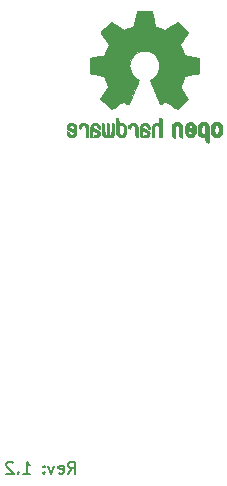
<source format=gbr>
%TF.GenerationSoftware,KiCad,Pcbnew,(5.1.9)-1*%
%TF.CreationDate,2022-09-19T23:43:11+03:00*%
%TF.ProjectId,ESP8266DevBoard,45535038-3236-4364-9465-76426f617264,1.1*%
%TF.SameCoordinates,Original*%
%TF.FileFunction,Legend,Bot*%
%TF.FilePolarity,Positive*%
%FSLAX46Y46*%
G04 Gerber Fmt 4.6, Leading zero omitted, Abs format (unit mm)*
G04 Created by KiCad (PCBNEW (5.1.9)-1) date 2022-09-19 23:43:11*
%MOMM*%
%LPD*%
G01*
G04 APERTURE LIST*
%ADD10C,0.150000*%
%ADD11C,0.010000*%
G04 APERTURE END LIST*
D10*
X135532523Y-98623380D02*
X135865857Y-98147190D01*
X136103952Y-98623380D02*
X136103952Y-97623380D01*
X135723000Y-97623380D01*
X135627761Y-97671000D01*
X135580142Y-97718619D01*
X135532523Y-97813857D01*
X135532523Y-97956714D01*
X135580142Y-98051952D01*
X135627761Y-98099571D01*
X135723000Y-98147190D01*
X136103952Y-98147190D01*
X134723000Y-98575761D02*
X134818238Y-98623380D01*
X135008714Y-98623380D01*
X135103952Y-98575761D01*
X135151571Y-98480523D01*
X135151571Y-98099571D01*
X135103952Y-98004333D01*
X135008714Y-97956714D01*
X134818238Y-97956714D01*
X134723000Y-98004333D01*
X134675380Y-98099571D01*
X134675380Y-98194809D01*
X135151571Y-98290047D01*
X134342047Y-97956714D02*
X134103952Y-98623380D01*
X133865857Y-97956714D01*
X133484904Y-98528142D02*
X133437285Y-98575761D01*
X133484904Y-98623380D01*
X133532523Y-98575761D01*
X133484904Y-98528142D01*
X133484904Y-98623380D01*
X133484904Y-98004333D02*
X133437285Y-98051952D01*
X133484904Y-98099571D01*
X133532523Y-98051952D01*
X133484904Y-98004333D01*
X133484904Y-98099571D01*
X131723000Y-98623380D02*
X132294428Y-98623380D01*
X132008714Y-98623380D02*
X132008714Y-97623380D01*
X132103952Y-97766238D01*
X132199190Y-97861476D01*
X132294428Y-97909095D01*
X131294428Y-98528142D02*
X131246809Y-98575761D01*
X131294428Y-98623380D01*
X131342047Y-98575761D01*
X131294428Y-98528142D01*
X131294428Y-98623380D01*
X130865857Y-97718619D02*
X130818238Y-97671000D01*
X130723000Y-97623380D01*
X130484904Y-97623380D01*
X130389666Y-97671000D01*
X130342047Y-97718619D01*
X130294428Y-97813857D01*
X130294428Y-97909095D01*
X130342047Y-98051952D01*
X130913476Y-98623380D01*
X130294428Y-98623380D01*
D11*
%TO.C,REF\u002A\u002A*%
G36*
X141776986Y-59476998D02*
G01*
X141618994Y-59477863D01*
X141504653Y-59480205D01*
X141426593Y-59484762D01*
X141377446Y-59492270D01*
X141349841Y-59503466D01*
X141336408Y-59519088D01*
X141329779Y-59539873D01*
X141329135Y-59542563D01*
X141319065Y-59591113D01*
X141300425Y-59686905D01*
X141275155Y-59819743D01*
X141245193Y-59979431D01*
X141212478Y-60155774D01*
X141211336Y-60161967D01*
X141178567Y-60334782D01*
X141147907Y-60487469D01*
X141121336Y-60610871D01*
X141100833Y-60695831D01*
X141088374Y-60733190D01*
X141087780Y-60733852D01*
X141051081Y-60752095D01*
X140975414Y-60782497D01*
X140877122Y-60818493D01*
X140876575Y-60818685D01*
X140752767Y-60865222D01*
X140606804Y-60924504D01*
X140469219Y-60984109D01*
X140462707Y-60987056D01*
X140238610Y-61088765D01*
X139742381Y-60749897D01*
X139590154Y-60646592D01*
X139452259Y-60554237D01*
X139336685Y-60478084D01*
X139251421Y-60423385D01*
X139204456Y-60395393D01*
X139199996Y-60393317D01*
X139165866Y-60402560D01*
X139102119Y-60447156D01*
X139006269Y-60529209D01*
X138875831Y-60650821D01*
X138742672Y-60780205D01*
X138614306Y-60907702D01*
X138499419Y-61024046D01*
X138404927Y-61122052D01*
X138337747Y-61194536D01*
X138304794Y-61234313D01*
X138303568Y-61236361D01*
X138299926Y-61263656D01*
X138313650Y-61308234D01*
X138348131Y-61376112D01*
X138406761Y-61473311D01*
X138492930Y-61605851D01*
X138607800Y-61776476D01*
X138709746Y-61926655D01*
X138800877Y-62061350D01*
X138875927Y-62172740D01*
X138929631Y-62253005D01*
X138956720Y-62294325D01*
X138958426Y-62297130D01*
X138955118Y-62336721D01*
X138930047Y-62413669D01*
X138888202Y-62513432D01*
X138873288Y-62545291D01*
X138808214Y-62687226D01*
X138738788Y-62848273D01*
X138682391Y-62987621D01*
X138641753Y-63091044D01*
X138609474Y-63169642D01*
X138590822Y-63210720D01*
X138588503Y-63213885D01*
X138554197Y-63219128D01*
X138473331Y-63233494D01*
X138356657Y-63254937D01*
X138214925Y-63281413D01*
X138058890Y-63310877D01*
X137899302Y-63341283D01*
X137746915Y-63370588D01*
X137612479Y-63396745D01*
X137506748Y-63417710D01*
X137440474Y-63431439D01*
X137424218Y-63435320D01*
X137407427Y-63444900D01*
X137394751Y-63466536D01*
X137385622Y-63507531D01*
X137379469Y-63575189D01*
X137375720Y-63676812D01*
X137373808Y-63819703D01*
X137373160Y-64011165D01*
X137373126Y-64089645D01*
X137373126Y-64727906D01*
X137526402Y-64758160D01*
X137611678Y-64774564D01*
X137738930Y-64798509D01*
X137892685Y-64827107D01*
X138057466Y-64857467D01*
X138103011Y-64865806D01*
X138255068Y-64895370D01*
X138387532Y-64924442D01*
X138489286Y-64950329D01*
X138549212Y-64970337D01*
X138559195Y-64976301D01*
X138583707Y-65018534D01*
X138618852Y-65100370D01*
X138657827Y-65205683D01*
X138665558Y-65228368D01*
X138716640Y-65369018D01*
X138780046Y-65527714D01*
X138842096Y-65670225D01*
X138842402Y-65670886D01*
X138945733Y-65894440D01*
X138266039Y-66894232D01*
X138702379Y-67331300D01*
X138834351Y-67461381D01*
X138954721Y-67576048D01*
X139056727Y-67669181D01*
X139133609Y-67734658D01*
X139178607Y-67766357D01*
X139185062Y-67768368D01*
X139222960Y-67752529D01*
X139300292Y-67708496D01*
X139408611Y-67641490D01*
X139539468Y-67556734D01*
X139680948Y-67461816D01*
X139824539Y-67364998D01*
X139952565Y-67280751D01*
X140056895Y-67214258D01*
X140129400Y-67170702D01*
X140161842Y-67155264D01*
X140201424Y-67168328D01*
X140276481Y-67202750D01*
X140371532Y-67251380D01*
X140381608Y-67256785D01*
X140509609Y-67320980D01*
X140597382Y-67352463D01*
X140651972Y-67352798D01*
X140680425Y-67323548D01*
X140680590Y-67323138D01*
X140694812Y-67288498D01*
X140728731Y-67206269D01*
X140779716Y-67082814D01*
X140845138Y-66924498D01*
X140922366Y-66737686D01*
X141008771Y-66528742D01*
X141092449Y-66326446D01*
X141184412Y-66103200D01*
X141268850Y-65896392D01*
X141343231Y-65712362D01*
X141405026Y-65557451D01*
X141451703Y-65437996D01*
X141480732Y-65360339D01*
X141489678Y-65331356D01*
X141467244Y-65298110D01*
X141408561Y-65245123D01*
X141330311Y-65186704D01*
X141107466Y-65001952D01*
X140933282Y-64790182D01*
X140809846Y-64555856D01*
X140739246Y-64303434D01*
X140723569Y-64037377D01*
X140734964Y-63914575D01*
X140797050Y-63659793D01*
X140903977Y-63434801D01*
X141049111Y-63241817D01*
X141225822Y-63083061D01*
X141427478Y-62960750D01*
X141647446Y-62877105D01*
X141879094Y-62834344D01*
X142115791Y-62834687D01*
X142350905Y-62880352D01*
X142577804Y-62973559D01*
X142789856Y-63116527D01*
X142878364Y-63197383D01*
X143048111Y-63405007D01*
X143166301Y-63631895D01*
X143233722Y-63871433D01*
X143251160Y-64117007D01*
X143219402Y-64362003D01*
X143139235Y-64599808D01*
X143011445Y-64823807D01*
X142836820Y-65027387D01*
X142641688Y-65186704D01*
X142560409Y-65247602D01*
X142502991Y-65300015D01*
X142482322Y-65331406D01*
X142493144Y-65365639D01*
X142523923Y-65447419D01*
X142572126Y-65570407D01*
X142635222Y-65728263D01*
X142710678Y-65914649D01*
X142795962Y-66123226D01*
X142879781Y-66326496D01*
X142972255Y-66549933D01*
X143057911Y-66756984D01*
X143134118Y-66941286D01*
X143198247Y-67096475D01*
X143247668Y-67216188D01*
X143279752Y-67294061D01*
X143291641Y-67323138D01*
X143319726Y-67352677D01*
X143374051Y-67352591D01*
X143461605Y-67321326D01*
X143589381Y-67257329D01*
X143590392Y-67256785D01*
X143686598Y-67207121D01*
X143764369Y-67170945D01*
X143808223Y-67155408D01*
X143810158Y-67155264D01*
X143843171Y-67171024D01*
X143916054Y-67214850D01*
X144020678Y-67281557D01*
X144148910Y-67365964D01*
X144291052Y-67461816D01*
X144435767Y-67558867D01*
X144566196Y-67643270D01*
X144673890Y-67709801D01*
X144750402Y-67753238D01*
X144786938Y-67768368D01*
X144820582Y-67748482D01*
X144888224Y-67692903D01*
X144983107Y-67607754D01*
X145098470Y-67499153D01*
X145227555Y-67373221D01*
X145269771Y-67331149D01*
X145706261Y-66893931D01*
X145374023Y-66406340D01*
X145273054Y-66256605D01*
X145184438Y-66122220D01*
X145113146Y-66010969D01*
X145064150Y-65930639D01*
X145042422Y-65889014D01*
X145041785Y-65886053D01*
X145053240Y-65846818D01*
X145084051Y-65767895D01*
X145128884Y-65662509D01*
X145160353Y-65591954D01*
X145219192Y-65456876D01*
X145274604Y-65320409D01*
X145317564Y-65205103D01*
X145329234Y-65169977D01*
X145362389Y-65076174D01*
X145394799Y-65003694D01*
X145412601Y-64976301D01*
X145451886Y-64959536D01*
X145537626Y-64935770D01*
X145658697Y-64907697D01*
X145803973Y-64878009D01*
X145868988Y-64865806D01*
X146034087Y-64835468D01*
X146192448Y-64806093D01*
X146328596Y-64780569D01*
X146427057Y-64761785D01*
X146445598Y-64758160D01*
X146598873Y-64727906D01*
X146598873Y-64089645D01*
X146598529Y-63879770D01*
X146597116Y-63720980D01*
X146594064Y-63605973D01*
X146588803Y-63527446D01*
X146580763Y-63478096D01*
X146569373Y-63450619D01*
X146554063Y-63437713D01*
X146547782Y-63435320D01*
X146509896Y-63426833D01*
X146426195Y-63409900D01*
X146307433Y-63386566D01*
X146164361Y-63358875D01*
X146007732Y-63328873D01*
X145848297Y-63298604D01*
X145696809Y-63270115D01*
X145564019Y-63245449D01*
X145460681Y-63226651D01*
X145397545Y-63215767D01*
X145383497Y-63213885D01*
X145370770Y-63188704D01*
X145342600Y-63121622D01*
X145304252Y-63025333D01*
X145289609Y-62987621D01*
X145230548Y-62841921D01*
X145161000Y-62680951D01*
X145098712Y-62545291D01*
X145052879Y-62441561D01*
X145022387Y-62356326D01*
X145012208Y-62304126D01*
X145013831Y-62297130D01*
X145035343Y-62264102D01*
X145084465Y-62190643D01*
X145155923Y-62084577D01*
X145244445Y-61953726D01*
X145344759Y-61805912D01*
X145364594Y-61776734D01*
X145480988Y-61603863D01*
X145566548Y-61472226D01*
X145624684Y-61375761D01*
X145658808Y-61308408D01*
X145672331Y-61264106D01*
X145668664Y-61236794D01*
X145668570Y-61236620D01*
X145639707Y-61200746D01*
X145575867Y-61131391D01*
X145483969Y-61035745D01*
X145370933Y-60920999D01*
X145243679Y-60794341D01*
X145229328Y-60780205D01*
X145068957Y-60624903D01*
X144945195Y-60510870D01*
X144855555Y-60436002D01*
X144797552Y-60398196D01*
X144772004Y-60393317D01*
X144734718Y-60414603D01*
X144657343Y-60463773D01*
X144547867Y-60535575D01*
X144414280Y-60624755D01*
X144264570Y-60726063D01*
X144229618Y-60749897D01*
X143733390Y-61088765D01*
X143509293Y-60987056D01*
X143373011Y-60927783D01*
X143226724Y-60868170D01*
X143100965Y-60820640D01*
X143095425Y-60818685D01*
X142997057Y-60782677D01*
X142921229Y-60752229D01*
X142884282Y-60733905D01*
X142884220Y-60733852D01*
X142872496Y-60700729D01*
X142852568Y-60619267D01*
X142826413Y-60498625D01*
X142796010Y-60347959D01*
X142763337Y-60176428D01*
X142760664Y-60161967D01*
X142727890Y-59985235D01*
X142697802Y-59824810D01*
X142672339Y-59690888D01*
X142653441Y-59593663D01*
X142643047Y-59543332D01*
X142642865Y-59542563D01*
X142636539Y-59521153D01*
X142624239Y-59504988D01*
X142598594Y-59493331D01*
X142552235Y-59485445D01*
X142477792Y-59480593D01*
X142367895Y-59478039D01*
X142215175Y-59477045D01*
X142012262Y-59476874D01*
X141986000Y-59476874D01*
X141776986Y-59476998D01*
G37*
X141776986Y-59476998D02*
X141618994Y-59477863D01*
X141504653Y-59480205D01*
X141426593Y-59484762D01*
X141377446Y-59492270D01*
X141349841Y-59503466D01*
X141336408Y-59519088D01*
X141329779Y-59539873D01*
X141329135Y-59542563D01*
X141319065Y-59591113D01*
X141300425Y-59686905D01*
X141275155Y-59819743D01*
X141245193Y-59979431D01*
X141212478Y-60155774D01*
X141211336Y-60161967D01*
X141178567Y-60334782D01*
X141147907Y-60487469D01*
X141121336Y-60610871D01*
X141100833Y-60695831D01*
X141088374Y-60733190D01*
X141087780Y-60733852D01*
X141051081Y-60752095D01*
X140975414Y-60782497D01*
X140877122Y-60818493D01*
X140876575Y-60818685D01*
X140752767Y-60865222D01*
X140606804Y-60924504D01*
X140469219Y-60984109D01*
X140462707Y-60987056D01*
X140238610Y-61088765D01*
X139742381Y-60749897D01*
X139590154Y-60646592D01*
X139452259Y-60554237D01*
X139336685Y-60478084D01*
X139251421Y-60423385D01*
X139204456Y-60395393D01*
X139199996Y-60393317D01*
X139165866Y-60402560D01*
X139102119Y-60447156D01*
X139006269Y-60529209D01*
X138875831Y-60650821D01*
X138742672Y-60780205D01*
X138614306Y-60907702D01*
X138499419Y-61024046D01*
X138404927Y-61122052D01*
X138337747Y-61194536D01*
X138304794Y-61234313D01*
X138303568Y-61236361D01*
X138299926Y-61263656D01*
X138313650Y-61308234D01*
X138348131Y-61376112D01*
X138406761Y-61473311D01*
X138492930Y-61605851D01*
X138607800Y-61776476D01*
X138709746Y-61926655D01*
X138800877Y-62061350D01*
X138875927Y-62172740D01*
X138929631Y-62253005D01*
X138956720Y-62294325D01*
X138958426Y-62297130D01*
X138955118Y-62336721D01*
X138930047Y-62413669D01*
X138888202Y-62513432D01*
X138873288Y-62545291D01*
X138808214Y-62687226D01*
X138738788Y-62848273D01*
X138682391Y-62987621D01*
X138641753Y-63091044D01*
X138609474Y-63169642D01*
X138590822Y-63210720D01*
X138588503Y-63213885D01*
X138554197Y-63219128D01*
X138473331Y-63233494D01*
X138356657Y-63254937D01*
X138214925Y-63281413D01*
X138058890Y-63310877D01*
X137899302Y-63341283D01*
X137746915Y-63370588D01*
X137612479Y-63396745D01*
X137506748Y-63417710D01*
X137440474Y-63431439D01*
X137424218Y-63435320D01*
X137407427Y-63444900D01*
X137394751Y-63466536D01*
X137385622Y-63507531D01*
X137379469Y-63575189D01*
X137375720Y-63676812D01*
X137373808Y-63819703D01*
X137373160Y-64011165D01*
X137373126Y-64089645D01*
X137373126Y-64727906D01*
X137526402Y-64758160D01*
X137611678Y-64774564D01*
X137738930Y-64798509D01*
X137892685Y-64827107D01*
X138057466Y-64857467D01*
X138103011Y-64865806D01*
X138255068Y-64895370D01*
X138387532Y-64924442D01*
X138489286Y-64950329D01*
X138549212Y-64970337D01*
X138559195Y-64976301D01*
X138583707Y-65018534D01*
X138618852Y-65100370D01*
X138657827Y-65205683D01*
X138665558Y-65228368D01*
X138716640Y-65369018D01*
X138780046Y-65527714D01*
X138842096Y-65670225D01*
X138842402Y-65670886D01*
X138945733Y-65894440D01*
X138266039Y-66894232D01*
X138702379Y-67331300D01*
X138834351Y-67461381D01*
X138954721Y-67576048D01*
X139056727Y-67669181D01*
X139133609Y-67734658D01*
X139178607Y-67766357D01*
X139185062Y-67768368D01*
X139222960Y-67752529D01*
X139300292Y-67708496D01*
X139408611Y-67641490D01*
X139539468Y-67556734D01*
X139680948Y-67461816D01*
X139824539Y-67364998D01*
X139952565Y-67280751D01*
X140056895Y-67214258D01*
X140129400Y-67170702D01*
X140161842Y-67155264D01*
X140201424Y-67168328D01*
X140276481Y-67202750D01*
X140371532Y-67251380D01*
X140381608Y-67256785D01*
X140509609Y-67320980D01*
X140597382Y-67352463D01*
X140651972Y-67352798D01*
X140680425Y-67323548D01*
X140680590Y-67323138D01*
X140694812Y-67288498D01*
X140728731Y-67206269D01*
X140779716Y-67082814D01*
X140845138Y-66924498D01*
X140922366Y-66737686D01*
X141008771Y-66528742D01*
X141092449Y-66326446D01*
X141184412Y-66103200D01*
X141268850Y-65896392D01*
X141343231Y-65712362D01*
X141405026Y-65557451D01*
X141451703Y-65437996D01*
X141480732Y-65360339D01*
X141489678Y-65331356D01*
X141467244Y-65298110D01*
X141408561Y-65245123D01*
X141330311Y-65186704D01*
X141107466Y-65001952D01*
X140933282Y-64790182D01*
X140809846Y-64555856D01*
X140739246Y-64303434D01*
X140723569Y-64037377D01*
X140734964Y-63914575D01*
X140797050Y-63659793D01*
X140903977Y-63434801D01*
X141049111Y-63241817D01*
X141225822Y-63083061D01*
X141427478Y-62960750D01*
X141647446Y-62877105D01*
X141879094Y-62834344D01*
X142115791Y-62834687D01*
X142350905Y-62880352D01*
X142577804Y-62973559D01*
X142789856Y-63116527D01*
X142878364Y-63197383D01*
X143048111Y-63405007D01*
X143166301Y-63631895D01*
X143233722Y-63871433D01*
X143251160Y-64117007D01*
X143219402Y-64362003D01*
X143139235Y-64599808D01*
X143011445Y-64823807D01*
X142836820Y-65027387D01*
X142641688Y-65186704D01*
X142560409Y-65247602D01*
X142502991Y-65300015D01*
X142482322Y-65331406D01*
X142493144Y-65365639D01*
X142523923Y-65447419D01*
X142572126Y-65570407D01*
X142635222Y-65728263D01*
X142710678Y-65914649D01*
X142795962Y-66123226D01*
X142879781Y-66326496D01*
X142972255Y-66549933D01*
X143057911Y-66756984D01*
X143134118Y-66941286D01*
X143198247Y-67096475D01*
X143247668Y-67216188D01*
X143279752Y-67294061D01*
X143291641Y-67323138D01*
X143319726Y-67352677D01*
X143374051Y-67352591D01*
X143461605Y-67321326D01*
X143589381Y-67257329D01*
X143590392Y-67256785D01*
X143686598Y-67207121D01*
X143764369Y-67170945D01*
X143808223Y-67155408D01*
X143810158Y-67155264D01*
X143843171Y-67171024D01*
X143916054Y-67214850D01*
X144020678Y-67281557D01*
X144148910Y-67365964D01*
X144291052Y-67461816D01*
X144435767Y-67558867D01*
X144566196Y-67643270D01*
X144673890Y-67709801D01*
X144750402Y-67753238D01*
X144786938Y-67768368D01*
X144820582Y-67748482D01*
X144888224Y-67692903D01*
X144983107Y-67607754D01*
X145098470Y-67499153D01*
X145227555Y-67373221D01*
X145269771Y-67331149D01*
X145706261Y-66893931D01*
X145374023Y-66406340D01*
X145273054Y-66256605D01*
X145184438Y-66122220D01*
X145113146Y-66010969D01*
X145064150Y-65930639D01*
X145042422Y-65889014D01*
X145041785Y-65886053D01*
X145053240Y-65846818D01*
X145084051Y-65767895D01*
X145128884Y-65662509D01*
X145160353Y-65591954D01*
X145219192Y-65456876D01*
X145274604Y-65320409D01*
X145317564Y-65205103D01*
X145329234Y-65169977D01*
X145362389Y-65076174D01*
X145394799Y-65003694D01*
X145412601Y-64976301D01*
X145451886Y-64959536D01*
X145537626Y-64935770D01*
X145658697Y-64907697D01*
X145803973Y-64878009D01*
X145868988Y-64865806D01*
X146034087Y-64835468D01*
X146192448Y-64806093D01*
X146328596Y-64780569D01*
X146427057Y-64761785D01*
X146445598Y-64758160D01*
X146598873Y-64727906D01*
X146598873Y-64089645D01*
X146598529Y-63879770D01*
X146597116Y-63720980D01*
X146594064Y-63605973D01*
X146588803Y-63527446D01*
X146580763Y-63478096D01*
X146569373Y-63450619D01*
X146554063Y-63437713D01*
X146547782Y-63435320D01*
X146509896Y-63426833D01*
X146426195Y-63409900D01*
X146307433Y-63386566D01*
X146164361Y-63358875D01*
X146007732Y-63328873D01*
X145848297Y-63298604D01*
X145696809Y-63270115D01*
X145564019Y-63245449D01*
X145460681Y-63226651D01*
X145397545Y-63215767D01*
X145383497Y-63213885D01*
X145370770Y-63188704D01*
X145342600Y-63121622D01*
X145304252Y-63025333D01*
X145289609Y-62987621D01*
X145230548Y-62841921D01*
X145161000Y-62680951D01*
X145098712Y-62545291D01*
X145052879Y-62441561D01*
X145022387Y-62356326D01*
X145012208Y-62304126D01*
X145013831Y-62297130D01*
X145035343Y-62264102D01*
X145084465Y-62190643D01*
X145155923Y-62084577D01*
X145244445Y-61953726D01*
X145344759Y-61805912D01*
X145364594Y-61776734D01*
X145480988Y-61603863D01*
X145566548Y-61472226D01*
X145624684Y-61375761D01*
X145658808Y-61308408D01*
X145672331Y-61264106D01*
X145668664Y-61236794D01*
X145668570Y-61236620D01*
X145639707Y-61200746D01*
X145575867Y-61131391D01*
X145483969Y-61035745D01*
X145370933Y-60920999D01*
X145243679Y-60794341D01*
X145229328Y-60780205D01*
X145068957Y-60624903D01*
X144945195Y-60510870D01*
X144855555Y-60436002D01*
X144797552Y-60398196D01*
X144772004Y-60393317D01*
X144734718Y-60414603D01*
X144657343Y-60463773D01*
X144547867Y-60535575D01*
X144414280Y-60624755D01*
X144264570Y-60726063D01*
X144229618Y-60749897D01*
X143733390Y-61088765D01*
X143509293Y-60987056D01*
X143373011Y-60927783D01*
X143226724Y-60868170D01*
X143100965Y-60820640D01*
X143095425Y-60818685D01*
X142997057Y-60782677D01*
X142921229Y-60752229D01*
X142884282Y-60733905D01*
X142884220Y-60733852D01*
X142872496Y-60700729D01*
X142852568Y-60619267D01*
X142826413Y-60498625D01*
X142796010Y-60347959D01*
X142763337Y-60176428D01*
X142760664Y-60161967D01*
X142727890Y-59985235D01*
X142697802Y-59824810D01*
X142672339Y-59690888D01*
X142653441Y-59593663D01*
X142643047Y-59543332D01*
X142642865Y-59542563D01*
X142636539Y-59521153D01*
X142624239Y-59504988D01*
X142598594Y-59493331D01*
X142552235Y-59485445D01*
X142477792Y-59480593D01*
X142367895Y-59478039D01*
X142215175Y-59477045D01*
X142012262Y-59476874D01*
X141986000Y-59476874D01*
X141776986Y-59476998D01*
G36*
X135642561Y-68980540D02*
G01*
X135527050Y-69056034D01*
X135471336Y-69123617D01*
X135427196Y-69246255D01*
X135423691Y-69343298D01*
X135431632Y-69473056D01*
X135730885Y-69604039D01*
X135876389Y-69670958D01*
X135971463Y-69724790D01*
X136020899Y-69771416D01*
X136029489Y-69816720D01*
X136002028Y-69866582D01*
X135971747Y-69899632D01*
X135883637Y-69952633D01*
X135787804Y-69956347D01*
X135699788Y-69915041D01*
X135635131Y-69832983D01*
X135623567Y-69804008D01*
X135568175Y-69713509D01*
X135504447Y-69674940D01*
X135417034Y-69641946D01*
X135417034Y-69767034D01*
X135424762Y-69852156D01*
X135455034Y-69923938D01*
X135518482Y-70006356D01*
X135527912Y-70017066D01*
X135598487Y-70090391D01*
X135659153Y-70129742D01*
X135735050Y-70147845D01*
X135797970Y-70153774D01*
X135910513Y-70155251D01*
X135990630Y-70136535D01*
X136040610Y-70108747D01*
X136119162Y-70047641D01*
X136173537Y-69981554D01*
X136207948Y-69898441D01*
X136226612Y-69786254D01*
X136233744Y-69632946D01*
X136234313Y-69555136D01*
X136232378Y-69461853D01*
X136056101Y-69461853D01*
X136054056Y-69511896D01*
X136048961Y-69520092D01*
X136015334Y-69508958D01*
X135942970Y-69479493D01*
X135846253Y-69437601D01*
X135826027Y-69428597D01*
X135703797Y-69366442D01*
X135636453Y-69311815D01*
X135621652Y-69260649D01*
X135657053Y-69208876D01*
X135686289Y-69186000D01*
X135791784Y-69140250D01*
X135890524Y-69147808D01*
X135973188Y-69203651D01*
X136030452Y-69302753D01*
X136048812Y-69381414D01*
X136056101Y-69461853D01*
X136232378Y-69461853D01*
X136230541Y-69373351D01*
X136216641Y-69238853D01*
X136189106Y-69140916D01*
X136144428Y-69068811D01*
X136079099Y-69011813D01*
X136050617Y-68993393D01*
X135921237Y-68945422D01*
X135779588Y-68942403D01*
X135642561Y-68980540D01*
G37*
X135642561Y-68980540D02*
X135527050Y-69056034D01*
X135471336Y-69123617D01*
X135427196Y-69246255D01*
X135423691Y-69343298D01*
X135431632Y-69473056D01*
X135730885Y-69604039D01*
X135876389Y-69670958D01*
X135971463Y-69724790D01*
X136020899Y-69771416D01*
X136029489Y-69816720D01*
X136002028Y-69866582D01*
X135971747Y-69899632D01*
X135883637Y-69952633D01*
X135787804Y-69956347D01*
X135699788Y-69915041D01*
X135635131Y-69832983D01*
X135623567Y-69804008D01*
X135568175Y-69713509D01*
X135504447Y-69674940D01*
X135417034Y-69641946D01*
X135417034Y-69767034D01*
X135424762Y-69852156D01*
X135455034Y-69923938D01*
X135518482Y-70006356D01*
X135527912Y-70017066D01*
X135598487Y-70090391D01*
X135659153Y-70129742D01*
X135735050Y-70147845D01*
X135797970Y-70153774D01*
X135910513Y-70155251D01*
X135990630Y-70136535D01*
X136040610Y-70108747D01*
X136119162Y-70047641D01*
X136173537Y-69981554D01*
X136207948Y-69898441D01*
X136226612Y-69786254D01*
X136233744Y-69632946D01*
X136234313Y-69555136D01*
X136232378Y-69461853D01*
X136056101Y-69461853D01*
X136054056Y-69511896D01*
X136048961Y-69520092D01*
X136015334Y-69508958D01*
X135942970Y-69479493D01*
X135846253Y-69437601D01*
X135826027Y-69428597D01*
X135703797Y-69366442D01*
X135636453Y-69311815D01*
X135621652Y-69260649D01*
X135657053Y-69208876D01*
X135686289Y-69186000D01*
X135791784Y-69140250D01*
X135890524Y-69147808D01*
X135973188Y-69203651D01*
X136030452Y-69302753D01*
X136048812Y-69381414D01*
X136056101Y-69461853D01*
X136232378Y-69461853D01*
X136230541Y-69373351D01*
X136216641Y-69238853D01*
X136189106Y-69140916D01*
X136144428Y-69068811D01*
X136079099Y-69011813D01*
X136050617Y-68993393D01*
X135921237Y-68945422D01*
X135779588Y-68942403D01*
X135642561Y-68980540D01*
G36*
X136650310Y-68964018D02*
G01*
X136615415Y-68979269D01*
X136532123Y-69045235D01*
X136460897Y-69140618D01*
X136416847Y-69242406D01*
X136409678Y-69292587D01*
X136433715Y-69362647D01*
X136486439Y-69399717D01*
X136542969Y-69422164D01*
X136568854Y-69426300D01*
X136581458Y-69396283D01*
X136606346Y-69330961D01*
X136617265Y-69301445D01*
X136678492Y-69199348D01*
X136767139Y-69148423D01*
X136880807Y-69149989D01*
X136889226Y-69151994D01*
X136949912Y-69180767D01*
X136994526Y-69236859D01*
X137024998Y-69327163D01*
X137043256Y-69458571D01*
X137051229Y-69637974D01*
X137051977Y-69733433D01*
X137052348Y-69883913D01*
X137054777Y-69986495D01*
X137061240Y-70051672D01*
X137073712Y-70089938D01*
X137094167Y-70111785D01*
X137124581Y-70127707D01*
X137126339Y-70128509D01*
X137184909Y-70153272D01*
X137213925Y-70162391D01*
X137218384Y-70134822D01*
X137222201Y-70058620D01*
X137225101Y-69943541D01*
X137226809Y-69799341D01*
X137227149Y-69693814D01*
X137225412Y-69489613D01*
X137218618Y-69334697D01*
X137204393Y-69220024D01*
X137180362Y-69136551D01*
X137144152Y-69075236D01*
X137093388Y-69027034D01*
X137043261Y-68993393D01*
X136922725Y-68948619D01*
X136782443Y-68938521D01*
X136650310Y-68964018D01*
G37*
X136650310Y-68964018D02*
X136615415Y-68979269D01*
X136532123Y-69045235D01*
X136460897Y-69140618D01*
X136416847Y-69242406D01*
X136409678Y-69292587D01*
X136433715Y-69362647D01*
X136486439Y-69399717D01*
X136542969Y-69422164D01*
X136568854Y-69426300D01*
X136581458Y-69396283D01*
X136606346Y-69330961D01*
X136617265Y-69301445D01*
X136678492Y-69199348D01*
X136767139Y-69148423D01*
X136880807Y-69149989D01*
X136889226Y-69151994D01*
X136949912Y-69180767D01*
X136994526Y-69236859D01*
X137024998Y-69327163D01*
X137043256Y-69458571D01*
X137051229Y-69637974D01*
X137051977Y-69733433D01*
X137052348Y-69883913D01*
X137054777Y-69986495D01*
X137061240Y-70051672D01*
X137073712Y-70089938D01*
X137094167Y-70111785D01*
X137124581Y-70127707D01*
X137126339Y-70128509D01*
X137184909Y-70153272D01*
X137213925Y-70162391D01*
X137218384Y-70134822D01*
X137222201Y-70058620D01*
X137225101Y-69943541D01*
X137226809Y-69799341D01*
X137227149Y-69693814D01*
X137225412Y-69489613D01*
X137218618Y-69334697D01*
X137204393Y-69220024D01*
X137180362Y-69136551D01*
X137144152Y-69075236D01*
X137093388Y-69027034D01*
X137043261Y-68993393D01*
X136922725Y-68948619D01*
X136782443Y-68938521D01*
X136650310Y-68964018D01*
G36*
X137671594Y-68959156D02*
G01*
X137587531Y-68997393D01*
X137521550Y-69043726D01*
X137473206Y-69095532D01*
X137439828Y-69162363D01*
X137418747Y-69253769D01*
X137407293Y-69379301D01*
X137402797Y-69548508D01*
X137402322Y-69659933D01*
X137402322Y-70094627D01*
X137476684Y-70128509D01*
X137535254Y-70153272D01*
X137564270Y-70162391D01*
X137569821Y-70135257D01*
X137574225Y-70062094D01*
X137576922Y-69955263D01*
X137577494Y-69870437D01*
X137579954Y-69747887D01*
X137586588Y-69650668D01*
X137596274Y-69591134D01*
X137603968Y-69578483D01*
X137655689Y-69591402D01*
X137736883Y-69624539D01*
X137830898Y-69669461D01*
X137921083Y-69717735D01*
X137990785Y-69760928D01*
X138023352Y-69790608D01*
X138023481Y-69790929D01*
X138020680Y-69845857D01*
X137995561Y-69898292D01*
X137951459Y-69940881D01*
X137887091Y-69955126D01*
X137832079Y-69953466D01*
X137754165Y-69952245D01*
X137713268Y-69970498D01*
X137688705Y-70018726D01*
X137685608Y-70027820D01*
X137674960Y-70096598D01*
X137703435Y-70138360D01*
X137777656Y-70158263D01*
X137857832Y-70161944D01*
X138002110Y-70134658D01*
X138076797Y-70095690D01*
X138169037Y-70004148D01*
X138217957Y-69891782D01*
X138222346Y-69773051D01*
X138180999Y-69662411D01*
X138118803Y-69593080D01*
X138056706Y-69554265D01*
X137959105Y-69505125D01*
X137845368Y-69455292D01*
X137826410Y-69447677D01*
X137701479Y-69392545D01*
X137629461Y-69343954D01*
X137606300Y-69295647D01*
X137627936Y-69241370D01*
X137665080Y-69198943D01*
X137752873Y-69146702D01*
X137849470Y-69142784D01*
X137938056Y-69183041D01*
X138001814Y-69263326D01*
X138010183Y-69284040D01*
X138058904Y-69360225D01*
X138130035Y-69416785D01*
X138219793Y-69463201D01*
X138219793Y-69331584D01*
X138214510Y-69251168D01*
X138191858Y-69187786D01*
X138141633Y-69120163D01*
X138093418Y-69068076D01*
X138018446Y-68994322D01*
X137960194Y-68954702D01*
X137897628Y-68938810D01*
X137826807Y-68936184D01*
X137671594Y-68959156D01*
G37*
X137671594Y-68959156D02*
X137587531Y-68997393D01*
X137521550Y-69043726D01*
X137473206Y-69095532D01*
X137439828Y-69162363D01*
X137418747Y-69253769D01*
X137407293Y-69379301D01*
X137402797Y-69548508D01*
X137402322Y-69659933D01*
X137402322Y-70094627D01*
X137476684Y-70128509D01*
X137535254Y-70153272D01*
X137564270Y-70162391D01*
X137569821Y-70135257D01*
X137574225Y-70062094D01*
X137576922Y-69955263D01*
X137577494Y-69870437D01*
X137579954Y-69747887D01*
X137586588Y-69650668D01*
X137596274Y-69591134D01*
X137603968Y-69578483D01*
X137655689Y-69591402D01*
X137736883Y-69624539D01*
X137830898Y-69669461D01*
X137921083Y-69717735D01*
X137990785Y-69760928D01*
X138023352Y-69790608D01*
X138023481Y-69790929D01*
X138020680Y-69845857D01*
X137995561Y-69898292D01*
X137951459Y-69940881D01*
X137887091Y-69955126D01*
X137832079Y-69953466D01*
X137754165Y-69952245D01*
X137713268Y-69970498D01*
X137688705Y-70018726D01*
X137685608Y-70027820D01*
X137674960Y-70096598D01*
X137703435Y-70138360D01*
X137777656Y-70158263D01*
X137857832Y-70161944D01*
X138002110Y-70134658D01*
X138076797Y-70095690D01*
X138169037Y-70004148D01*
X138217957Y-69891782D01*
X138222346Y-69773051D01*
X138180999Y-69662411D01*
X138118803Y-69593080D01*
X138056706Y-69554265D01*
X137959105Y-69505125D01*
X137845368Y-69455292D01*
X137826410Y-69447677D01*
X137701479Y-69392545D01*
X137629461Y-69343954D01*
X137606300Y-69295647D01*
X137627936Y-69241370D01*
X137665080Y-69198943D01*
X137752873Y-69146702D01*
X137849470Y-69142784D01*
X137938056Y-69183041D01*
X138001814Y-69263326D01*
X138010183Y-69284040D01*
X138058904Y-69360225D01*
X138130035Y-69416785D01*
X138219793Y-69463201D01*
X138219793Y-69331584D01*
X138214510Y-69251168D01*
X138191858Y-69187786D01*
X138141633Y-69120163D01*
X138093418Y-69068076D01*
X138018446Y-68994322D01*
X137960194Y-68954702D01*
X137897628Y-68938810D01*
X137826807Y-68936184D01*
X137671594Y-68959156D01*
G36*
X138405876Y-68963840D02*
G01*
X138401421Y-69040653D01*
X138397929Y-69157391D01*
X138395685Y-69304821D01*
X138394965Y-69459455D01*
X138394965Y-69982727D01*
X138487355Y-70075117D01*
X138551022Y-70132047D01*
X138606911Y-70155107D01*
X138683298Y-70153647D01*
X138713620Y-70149934D01*
X138808390Y-70139126D01*
X138886778Y-70132933D01*
X138905885Y-70132361D01*
X138970301Y-70136102D01*
X139062429Y-70145494D01*
X139098150Y-70149934D01*
X139185886Y-70156801D01*
X139244847Y-70141885D01*
X139303310Y-70095835D01*
X139324415Y-70075117D01*
X139416805Y-69982727D01*
X139416805Y-69003947D01*
X139342442Y-68970066D01*
X139278410Y-68944970D01*
X139240948Y-68936184D01*
X139231343Y-68963950D01*
X139222365Y-69041530D01*
X139214614Y-69160348D01*
X139208686Y-69311828D01*
X139205827Y-69439805D01*
X139197839Y-69943425D01*
X139128152Y-69953278D01*
X139064771Y-69946389D01*
X139033714Y-69924083D01*
X139025033Y-69882379D01*
X139017622Y-69793544D01*
X139012069Y-69668834D01*
X139008964Y-69519507D01*
X139008516Y-69442661D01*
X139008069Y-69000287D01*
X138916126Y-68968235D01*
X138851051Y-68946443D01*
X138815653Y-68936281D01*
X138814632Y-68936184D01*
X138811080Y-68963809D01*
X138807177Y-69040411D01*
X138803249Y-69156579D01*
X138799624Y-69302904D01*
X138797092Y-69439805D01*
X138789103Y-69943425D01*
X138613931Y-69943425D01*
X138605893Y-69483965D01*
X138597854Y-69024505D01*
X138512457Y-68980344D01*
X138449407Y-68950019D01*
X138412090Y-68936258D01*
X138411013Y-68936184D01*
X138405876Y-68963840D01*
G37*
X138405876Y-68963840D02*
X138401421Y-69040653D01*
X138397929Y-69157391D01*
X138395685Y-69304821D01*
X138394965Y-69459455D01*
X138394965Y-69982727D01*
X138487355Y-70075117D01*
X138551022Y-70132047D01*
X138606911Y-70155107D01*
X138683298Y-70153647D01*
X138713620Y-70149934D01*
X138808390Y-70139126D01*
X138886778Y-70132933D01*
X138905885Y-70132361D01*
X138970301Y-70136102D01*
X139062429Y-70145494D01*
X139098150Y-70149934D01*
X139185886Y-70156801D01*
X139244847Y-70141885D01*
X139303310Y-70095835D01*
X139324415Y-70075117D01*
X139416805Y-69982727D01*
X139416805Y-69003947D01*
X139342442Y-68970066D01*
X139278410Y-68944970D01*
X139240948Y-68936184D01*
X139231343Y-68963950D01*
X139222365Y-69041530D01*
X139214614Y-69160348D01*
X139208686Y-69311828D01*
X139205827Y-69439805D01*
X139197839Y-69943425D01*
X139128152Y-69953278D01*
X139064771Y-69946389D01*
X139033714Y-69924083D01*
X139025033Y-69882379D01*
X139017622Y-69793544D01*
X139012069Y-69668834D01*
X139008964Y-69519507D01*
X139008516Y-69442661D01*
X139008069Y-69000287D01*
X138916126Y-68968235D01*
X138851051Y-68946443D01*
X138815653Y-68936281D01*
X138814632Y-68936184D01*
X138811080Y-68963809D01*
X138807177Y-69040411D01*
X138803249Y-69156579D01*
X138799624Y-69302904D01*
X138797092Y-69439805D01*
X138789103Y-69943425D01*
X138613931Y-69943425D01*
X138605893Y-69483965D01*
X138597854Y-69024505D01*
X138512457Y-68980344D01*
X138449407Y-68950019D01*
X138412090Y-68936258D01*
X138411013Y-68936184D01*
X138405876Y-68963840D01*
G36*
X139592086Y-69178455D02*
G01*
X139592457Y-69396661D01*
X139593892Y-69564519D01*
X139596998Y-69690070D01*
X139602378Y-69781355D01*
X139610638Y-69846415D01*
X139622384Y-69893291D01*
X139638219Y-69930024D01*
X139650210Y-69950991D01*
X139749510Y-70064694D01*
X139875412Y-70135965D01*
X140014709Y-70161538D01*
X140154195Y-70138150D01*
X140237257Y-70096119D01*
X140324455Y-70023411D01*
X140383883Y-69934612D01*
X140419739Y-69818320D01*
X140436219Y-69663135D01*
X140438553Y-69549287D01*
X140438239Y-69541106D01*
X140234276Y-69541106D01*
X140233030Y-69671657D01*
X140227322Y-69758080D01*
X140214196Y-69814618D01*
X140190694Y-69855514D01*
X140162614Y-69886362D01*
X140068312Y-69945905D01*
X139967060Y-69950992D01*
X139871364Y-69901279D01*
X139863916Y-69894543D01*
X139832126Y-69859502D01*
X139812192Y-69817811D01*
X139801400Y-69755762D01*
X139797035Y-69659644D01*
X139796345Y-69553379D01*
X139797841Y-69419880D01*
X139804036Y-69330822D01*
X139817486Y-69272293D01*
X139840749Y-69230382D01*
X139859825Y-69208123D01*
X139948437Y-69151985D01*
X140050492Y-69145235D01*
X140147905Y-69188114D01*
X140166704Y-69204032D01*
X140198707Y-69239382D01*
X140218682Y-69281502D01*
X140229407Y-69344251D01*
X140233661Y-69441487D01*
X140234276Y-69541106D01*
X140438239Y-69541106D01*
X140431496Y-69365947D01*
X140407528Y-69228195D01*
X140362452Y-69124632D01*
X140292072Y-69043856D01*
X140237257Y-69002455D01*
X140137624Y-68957728D01*
X140022145Y-68936967D01*
X139914801Y-68942525D01*
X139854736Y-68964943D01*
X139831165Y-68971323D01*
X139815523Y-68947535D01*
X139804605Y-68883788D01*
X139796345Y-68786687D01*
X139787301Y-68678541D01*
X139774739Y-68613475D01*
X139751881Y-68576268D01*
X139711949Y-68551699D01*
X139686862Y-68540819D01*
X139591977Y-68501072D01*
X139592086Y-69178455D01*
G37*
X139592086Y-69178455D02*
X139592457Y-69396661D01*
X139593892Y-69564519D01*
X139596998Y-69690070D01*
X139602378Y-69781355D01*
X139610638Y-69846415D01*
X139622384Y-69893291D01*
X139638219Y-69930024D01*
X139650210Y-69950991D01*
X139749510Y-70064694D01*
X139875412Y-70135965D01*
X140014709Y-70161538D01*
X140154195Y-70138150D01*
X140237257Y-70096119D01*
X140324455Y-70023411D01*
X140383883Y-69934612D01*
X140419739Y-69818320D01*
X140436219Y-69663135D01*
X140438553Y-69549287D01*
X140438239Y-69541106D01*
X140234276Y-69541106D01*
X140233030Y-69671657D01*
X140227322Y-69758080D01*
X140214196Y-69814618D01*
X140190694Y-69855514D01*
X140162614Y-69886362D01*
X140068312Y-69945905D01*
X139967060Y-69950992D01*
X139871364Y-69901279D01*
X139863916Y-69894543D01*
X139832126Y-69859502D01*
X139812192Y-69817811D01*
X139801400Y-69755762D01*
X139797035Y-69659644D01*
X139796345Y-69553379D01*
X139797841Y-69419880D01*
X139804036Y-69330822D01*
X139817486Y-69272293D01*
X139840749Y-69230382D01*
X139859825Y-69208123D01*
X139948437Y-69151985D01*
X140050492Y-69145235D01*
X140147905Y-69188114D01*
X140166704Y-69204032D01*
X140198707Y-69239382D01*
X140218682Y-69281502D01*
X140229407Y-69344251D01*
X140233661Y-69441487D01*
X140234276Y-69541106D01*
X140438239Y-69541106D01*
X140431496Y-69365947D01*
X140407528Y-69228195D01*
X140362452Y-69124632D01*
X140292072Y-69043856D01*
X140237257Y-69002455D01*
X140137624Y-68957728D01*
X140022145Y-68936967D01*
X139914801Y-68942525D01*
X139854736Y-68964943D01*
X139831165Y-68971323D01*
X139815523Y-68947535D01*
X139804605Y-68883788D01*
X139796345Y-68786687D01*
X139787301Y-68678541D01*
X139774739Y-68613475D01*
X139751881Y-68576268D01*
X139711949Y-68551699D01*
X139686862Y-68540819D01*
X139591977Y-68501072D01*
X139592086Y-69178455D01*
G36*
X140920057Y-68945920D02*
G01*
X140787435Y-68994859D01*
X140679990Y-69081419D01*
X140637968Y-69142352D01*
X140592157Y-69254161D01*
X140593109Y-69335006D01*
X140641192Y-69389378D01*
X140658983Y-69398624D01*
X140735796Y-69427450D01*
X140775024Y-69420065D01*
X140788311Y-69371658D01*
X140788988Y-69344920D01*
X140813314Y-69246548D01*
X140876719Y-69177734D01*
X140964846Y-69144498D01*
X141063337Y-69152861D01*
X141143398Y-69196296D01*
X141170439Y-69221072D01*
X141189606Y-69251129D01*
X141202554Y-69296565D01*
X141210936Y-69367476D01*
X141216407Y-69473960D01*
X141220622Y-69626112D01*
X141221713Y-69674287D01*
X141225693Y-69839095D01*
X141230219Y-69955088D01*
X141237005Y-70031833D01*
X141247769Y-70078893D01*
X141264227Y-70105835D01*
X141288094Y-70122223D01*
X141303374Y-70129463D01*
X141368267Y-70154220D01*
X141406466Y-70162391D01*
X141419088Y-70135103D01*
X141426792Y-70052603D01*
X141429620Y-69913941D01*
X141427614Y-69718162D01*
X141426989Y-69687965D01*
X141422579Y-69509349D01*
X141417365Y-69378923D01*
X141409945Y-69286492D01*
X141398918Y-69221858D01*
X141382883Y-69174825D01*
X141360439Y-69135196D01*
X141348698Y-69118215D01*
X141281381Y-69043080D01*
X141206090Y-68984638D01*
X141196872Y-68979536D01*
X141061867Y-68939260D01*
X140920057Y-68945920D01*
G37*
X140920057Y-68945920D02*
X140787435Y-68994859D01*
X140679990Y-69081419D01*
X140637968Y-69142352D01*
X140592157Y-69254161D01*
X140593109Y-69335006D01*
X140641192Y-69389378D01*
X140658983Y-69398624D01*
X140735796Y-69427450D01*
X140775024Y-69420065D01*
X140788311Y-69371658D01*
X140788988Y-69344920D01*
X140813314Y-69246548D01*
X140876719Y-69177734D01*
X140964846Y-69144498D01*
X141063337Y-69152861D01*
X141143398Y-69196296D01*
X141170439Y-69221072D01*
X141189606Y-69251129D01*
X141202554Y-69296565D01*
X141210936Y-69367476D01*
X141216407Y-69473960D01*
X141220622Y-69626112D01*
X141221713Y-69674287D01*
X141225693Y-69839095D01*
X141230219Y-69955088D01*
X141237005Y-70031833D01*
X141247769Y-70078893D01*
X141264227Y-70105835D01*
X141288094Y-70122223D01*
X141303374Y-70129463D01*
X141368267Y-70154220D01*
X141406466Y-70162391D01*
X141419088Y-70135103D01*
X141426792Y-70052603D01*
X141429620Y-69913941D01*
X141427614Y-69718162D01*
X141426989Y-69687965D01*
X141422579Y-69509349D01*
X141417365Y-69378923D01*
X141409945Y-69286492D01*
X141398918Y-69221858D01*
X141382883Y-69174825D01*
X141360439Y-69135196D01*
X141348698Y-69118215D01*
X141281381Y-69043080D01*
X141206090Y-68984638D01*
X141196872Y-68979536D01*
X141061867Y-68939260D01*
X140920057Y-68945920D01*
G36*
X141906056Y-68948360D02*
G01*
X141791657Y-68990842D01*
X141790348Y-68991658D01*
X141719597Y-69043730D01*
X141667364Y-69104584D01*
X141630629Y-69183887D01*
X141606366Y-69291309D01*
X141591555Y-69436517D01*
X141583171Y-69629179D01*
X141582436Y-69656628D01*
X141571880Y-70070521D01*
X141660709Y-70116456D01*
X141724982Y-70147498D01*
X141763790Y-70162206D01*
X141765585Y-70162391D01*
X141772300Y-70135250D01*
X141777635Y-70062041D01*
X141780917Y-69955081D01*
X141781632Y-69868469D01*
X141781649Y-69728162D01*
X141788063Y-69640051D01*
X141810420Y-69598025D01*
X141858268Y-69595975D01*
X141941151Y-69627790D01*
X142066287Y-69686272D01*
X142158303Y-69734845D01*
X142205629Y-69776986D01*
X142219542Y-69822916D01*
X142219563Y-69825189D01*
X142196605Y-69904311D01*
X142128630Y-69947055D01*
X142024602Y-69953246D01*
X141949670Y-69952172D01*
X141910161Y-69973753D01*
X141885522Y-70025591D01*
X141871341Y-70091632D01*
X141891777Y-70129104D01*
X141899472Y-70134467D01*
X141971917Y-70156006D01*
X142073367Y-70159055D01*
X142177843Y-70144778D01*
X142251875Y-70118688D01*
X142354228Y-70031785D01*
X142412409Y-69910816D01*
X142423931Y-69816308D01*
X142415138Y-69731062D01*
X142383320Y-69661476D01*
X142320316Y-69599672D01*
X142217969Y-69537772D01*
X142068118Y-69467897D01*
X142058988Y-69463948D01*
X141924003Y-69401588D01*
X141840706Y-69350446D01*
X141805003Y-69304488D01*
X141812797Y-69257683D01*
X141859993Y-69203998D01*
X141874106Y-69191644D01*
X141968641Y-69143741D01*
X142066594Y-69145758D01*
X142151903Y-69192724D01*
X142208504Y-69279669D01*
X142213763Y-69296734D01*
X142264977Y-69379504D01*
X142329963Y-69419372D01*
X142423931Y-69458882D01*
X142423931Y-69356658D01*
X142395347Y-69208072D01*
X142310505Y-69071784D01*
X142266355Y-69026191D01*
X142165995Y-68967674D01*
X142038365Y-68941184D01*
X141906056Y-68948360D01*
G37*
X141906056Y-68948360D02*
X141791657Y-68990842D01*
X141790348Y-68991658D01*
X141719597Y-69043730D01*
X141667364Y-69104584D01*
X141630629Y-69183887D01*
X141606366Y-69291309D01*
X141591555Y-69436517D01*
X141583171Y-69629179D01*
X141582436Y-69656628D01*
X141571880Y-70070521D01*
X141660709Y-70116456D01*
X141724982Y-70147498D01*
X141763790Y-70162206D01*
X141765585Y-70162391D01*
X141772300Y-70135250D01*
X141777635Y-70062041D01*
X141780917Y-69955081D01*
X141781632Y-69868469D01*
X141781649Y-69728162D01*
X141788063Y-69640051D01*
X141810420Y-69598025D01*
X141858268Y-69595975D01*
X141941151Y-69627790D01*
X142066287Y-69686272D01*
X142158303Y-69734845D01*
X142205629Y-69776986D01*
X142219542Y-69822916D01*
X142219563Y-69825189D01*
X142196605Y-69904311D01*
X142128630Y-69947055D01*
X142024602Y-69953246D01*
X141949670Y-69952172D01*
X141910161Y-69973753D01*
X141885522Y-70025591D01*
X141871341Y-70091632D01*
X141891777Y-70129104D01*
X141899472Y-70134467D01*
X141971917Y-70156006D01*
X142073367Y-70159055D01*
X142177843Y-70144778D01*
X142251875Y-70118688D01*
X142354228Y-70031785D01*
X142412409Y-69910816D01*
X142423931Y-69816308D01*
X142415138Y-69731062D01*
X142383320Y-69661476D01*
X142320316Y-69599672D01*
X142217969Y-69537772D01*
X142068118Y-69467897D01*
X142058988Y-69463948D01*
X141924003Y-69401588D01*
X141840706Y-69350446D01*
X141805003Y-69304488D01*
X141812797Y-69257683D01*
X141859993Y-69203998D01*
X141874106Y-69191644D01*
X141968641Y-69143741D01*
X142066594Y-69145758D01*
X142151903Y-69192724D01*
X142208504Y-69279669D01*
X142213763Y-69296734D01*
X142264977Y-69379504D01*
X142329963Y-69419372D01*
X142423931Y-69458882D01*
X142423931Y-69356658D01*
X142395347Y-69208072D01*
X142310505Y-69071784D01*
X142266355Y-69026191D01*
X142165995Y-68967674D01*
X142038365Y-68941184D01*
X141906056Y-68948360D01*
G36*
X143241402Y-68747857D02*
G01*
X143232846Y-68867188D01*
X143223019Y-68937506D01*
X143209401Y-68968179D01*
X143189473Y-68968571D01*
X143183011Y-68964910D01*
X143097060Y-68938398D01*
X142985255Y-68939946D01*
X142871586Y-68967199D01*
X142800490Y-69002455D01*
X142727595Y-69058778D01*
X142674307Y-69122519D01*
X142637725Y-69203510D01*
X142614950Y-69311586D01*
X142603081Y-69456580D01*
X142599218Y-69648326D01*
X142599149Y-69685109D01*
X142599103Y-70098288D01*
X142691046Y-70130339D01*
X142756348Y-70152144D01*
X142792176Y-70162297D01*
X142793230Y-70162391D01*
X142796758Y-70134860D01*
X142799761Y-70058923D01*
X142802010Y-69944565D01*
X142803276Y-69801769D01*
X142803471Y-69714951D01*
X142803877Y-69543773D01*
X142805968Y-69421088D01*
X142811053Y-69337000D01*
X142820440Y-69281614D01*
X142835439Y-69245032D01*
X142857358Y-69217359D01*
X142871043Y-69204032D01*
X142965051Y-69150328D01*
X143067636Y-69146307D01*
X143160710Y-69191725D01*
X143177922Y-69208123D01*
X143203168Y-69238957D01*
X143220680Y-69275531D01*
X143231858Y-69328415D01*
X143238104Y-69408177D01*
X143240818Y-69525385D01*
X143241402Y-69686991D01*
X143241402Y-70098288D01*
X143333345Y-70130339D01*
X143398647Y-70152144D01*
X143434475Y-70162297D01*
X143435529Y-70162391D01*
X143438225Y-70134448D01*
X143440655Y-70055630D01*
X143442722Y-69933453D01*
X143444329Y-69775432D01*
X143445377Y-69589083D01*
X143445769Y-69381920D01*
X143445770Y-69372706D01*
X143445770Y-68583020D01*
X143350885Y-68542997D01*
X143256000Y-68502973D01*
X143241402Y-68747857D01*
G37*
X143241402Y-68747857D02*
X143232846Y-68867188D01*
X143223019Y-68937506D01*
X143209401Y-68968179D01*
X143189473Y-68968571D01*
X143183011Y-68964910D01*
X143097060Y-68938398D01*
X142985255Y-68939946D01*
X142871586Y-68967199D01*
X142800490Y-69002455D01*
X142727595Y-69058778D01*
X142674307Y-69122519D01*
X142637725Y-69203510D01*
X142614950Y-69311586D01*
X142603081Y-69456580D01*
X142599218Y-69648326D01*
X142599149Y-69685109D01*
X142599103Y-70098288D01*
X142691046Y-70130339D01*
X142756348Y-70152144D01*
X142792176Y-70162297D01*
X142793230Y-70162391D01*
X142796758Y-70134860D01*
X142799761Y-70058923D01*
X142802010Y-69944565D01*
X142803276Y-69801769D01*
X142803471Y-69714951D01*
X142803877Y-69543773D01*
X142805968Y-69421088D01*
X142811053Y-69337000D01*
X142820440Y-69281614D01*
X142835439Y-69245032D01*
X142857358Y-69217359D01*
X142871043Y-69204032D01*
X142965051Y-69150328D01*
X143067636Y-69146307D01*
X143160710Y-69191725D01*
X143177922Y-69208123D01*
X143203168Y-69238957D01*
X143220680Y-69275531D01*
X143231858Y-69328415D01*
X143238104Y-69408177D01*
X143240818Y-69525385D01*
X143241402Y-69686991D01*
X143241402Y-70098288D01*
X143333345Y-70130339D01*
X143398647Y-70152144D01*
X143434475Y-70162297D01*
X143435529Y-70162391D01*
X143438225Y-70134448D01*
X143440655Y-70055630D01*
X143442722Y-69933453D01*
X143444329Y-69775432D01*
X143445377Y-69589083D01*
X143445769Y-69381920D01*
X143445770Y-69372706D01*
X143445770Y-68583020D01*
X143350885Y-68542997D01*
X143256000Y-68502973D01*
X143241402Y-68747857D01*
G36*
X145670448Y-68908676D02*
G01*
X145555342Y-68986111D01*
X145466389Y-69097949D01*
X145413251Y-69240265D01*
X145402503Y-69345015D01*
X145403724Y-69388726D01*
X145413944Y-69422194D01*
X145442039Y-69452179D01*
X145496884Y-69485440D01*
X145587355Y-69528738D01*
X145722328Y-69588833D01*
X145723011Y-69589134D01*
X145847249Y-69646037D01*
X145949127Y-69696565D01*
X146018233Y-69735280D01*
X146044154Y-69756740D01*
X146044161Y-69756913D01*
X146021315Y-69803644D01*
X145967891Y-69855154D01*
X145906558Y-69892261D01*
X145875485Y-69899632D01*
X145790711Y-69874138D01*
X145717707Y-69810291D01*
X145682087Y-69740094D01*
X145647820Y-69688343D01*
X145580697Y-69629409D01*
X145501792Y-69578496D01*
X145432179Y-69550809D01*
X145417623Y-69549287D01*
X145401237Y-69574321D01*
X145400250Y-69638311D01*
X145412292Y-69724593D01*
X145434993Y-69816501D01*
X145465986Y-69897369D01*
X145467552Y-69900509D01*
X145560819Y-70030734D01*
X145681696Y-70119311D01*
X145818973Y-70162786D01*
X145961440Y-70157706D01*
X146097888Y-70100616D01*
X146103955Y-70096602D01*
X146211290Y-69999326D01*
X146281868Y-69872409D01*
X146320926Y-69705526D01*
X146326168Y-69658639D01*
X146335452Y-69437329D01*
X146324322Y-69334124D01*
X146044161Y-69334124D01*
X146040521Y-69398503D01*
X146020611Y-69417291D01*
X145970974Y-69403235D01*
X145892733Y-69370009D01*
X145805274Y-69328359D01*
X145803101Y-69327256D01*
X145728970Y-69288265D01*
X145699219Y-69262244D01*
X145706555Y-69234965D01*
X145737447Y-69199121D01*
X145816040Y-69147251D01*
X145900677Y-69143439D01*
X145976597Y-69181189D01*
X146029035Y-69254001D01*
X146044161Y-69334124D01*
X146324322Y-69334124D01*
X146316356Y-69260261D01*
X146267366Y-69119829D01*
X146199164Y-69021447D01*
X146076065Y-68922030D01*
X145940472Y-68872711D01*
X145802045Y-68869568D01*
X145670448Y-68908676D01*
G37*
X145670448Y-68908676D02*
X145555342Y-68986111D01*
X145466389Y-69097949D01*
X145413251Y-69240265D01*
X145402503Y-69345015D01*
X145403724Y-69388726D01*
X145413944Y-69422194D01*
X145442039Y-69452179D01*
X145496884Y-69485440D01*
X145587355Y-69528738D01*
X145722328Y-69588833D01*
X145723011Y-69589134D01*
X145847249Y-69646037D01*
X145949127Y-69696565D01*
X146018233Y-69735280D01*
X146044154Y-69756740D01*
X146044161Y-69756913D01*
X146021315Y-69803644D01*
X145967891Y-69855154D01*
X145906558Y-69892261D01*
X145875485Y-69899632D01*
X145790711Y-69874138D01*
X145717707Y-69810291D01*
X145682087Y-69740094D01*
X145647820Y-69688343D01*
X145580697Y-69629409D01*
X145501792Y-69578496D01*
X145432179Y-69550809D01*
X145417623Y-69549287D01*
X145401237Y-69574321D01*
X145400250Y-69638311D01*
X145412292Y-69724593D01*
X145434993Y-69816501D01*
X145465986Y-69897369D01*
X145467552Y-69900509D01*
X145560819Y-70030734D01*
X145681696Y-70119311D01*
X145818973Y-70162786D01*
X145961440Y-70157706D01*
X146097888Y-70100616D01*
X146103955Y-70096602D01*
X146211290Y-69999326D01*
X146281868Y-69872409D01*
X146320926Y-69705526D01*
X146326168Y-69658639D01*
X146335452Y-69437329D01*
X146324322Y-69334124D01*
X146044161Y-69334124D01*
X146040521Y-69398503D01*
X146020611Y-69417291D01*
X145970974Y-69403235D01*
X145892733Y-69370009D01*
X145805274Y-69328359D01*
X145803101Y-69327256D01*
X145728970Y-69288265D01*
X145699219Y-69262244D01*
X145706555Y-69234965D01*
X145737447Y-69199121D01*
X145816040Y-69147251D01*
X145900677Y-69143439D01*
X145976597Y-69181189D01*
X146029035Y-69254001D01*
X146044161Y-69334124D01*
X146324322Y-69334124D01*
X146316356Y-69260261D01*
X146267366Y-69119829D01*
X146199164Y-69021447D01*
X146076065Y-68922030D01*
X145940472Y-68872711D01*
X145802045Y-68869568D01*
X145670448Y-68908676D01*
G36*
X147937779Y-68890015D02*
G01*
X147800939Y-68961968D01*
X147699949Y-69077766D01*
X147664075Y-69152213D01*
X147636161Y-69263992D01*
X147621871Y-69405227D01*
X147620516Y-69559371D01*
X147631405Y-69709879D01*
X147653847Y-69840205D01*
X147687150Y-69933803D01*
X147697385Y-69949922D01*
X147818618Y-70070249D01*
X147962613Y-70142317D01*
X148118861Y-70163408D01*
X148276852Y-70130802D01*
X148320820Y-70111253D01*
X148406444Y-70051012D01*
X148481592Y-69971135D01*
X148488694Y-69961004D01*
X148517561Y-69912181D01*
X148536643Y-69859990D01*
X148547916Y-69791285D01*
X148553355Y-69692918D01*
X148554938Y-69551744D01*
X148554965Y-69520092D01*
X148554893Y-69510019D01*
X148263011Y-69510019D01*
X148261313Y-69643256D01*
X148254628Y-69731674D01*
X148240575Y-69788785D01*
X148216771Y-69828102D01*
X148204621Y-69841241D01*
X148134764Y-69891172D01*
X148066941Y-69888895D01*
X147998365Y-69845584D01*
X147957465Y-69799346D01*
X147933242Y-69731857D01*
X147919639Y-69625433D01*
X147918706Y-69613020D01*
X147916384Y-69420147D01*
X147940650Y-69276900D01*
X147991176Y-69184160D01*
X148067632Y-69142807D01*
X148094924Y-69140552D01*
X148166589Y-69151893D01*
X148215610Y-69191184D01*
X148245582Y-69266326D01*
X148260101Y-69385222D01*
X148263011Y-69510019D01*
X148554893Y-69510019D01*
X148553878Y-69369659D01*
X148549312Y-69264549D01*
X148539312Y-69191714D01*
X148521921Y-69138108D01*
X148495184Y-69090681D01*
X148489276Y-69081864D01*
X148389968Y-68963007D01*
X148281758Y-68894008D01*
X148150019Y-68866619D01*
X148105283Y-68865281D01*
X147937779Y-68890015D01*
G37*
X147937779Y-68890015D02*
X147800939Y-68961968D01*
X147699949Y-69077766D01*
X147664075Y-69152213D01*
X147636161Y-69263992D01*
X147621871Y-69405227D01*
X147620516Y-69559371D01*
X147631405Y-69709879D01*
X147653847Y-69840205D01*
X147687150Y-69933803D01*
X147697385Y-69949922D01*
X147818618Y-70070249D01*
X147962613Y-70142317D01*
X148118861Y-70163408D01*
X148276852Y-70130802D01*
X148320820Y-70111253D01*
X148406444Y-70051012D01*
X148481592Y-69971135D01*
X148488694Y-69961004D01*
X148517561Y-69912181D01*
X148536643Y-69859990D01*
X148547916Y-69791285D01*
X148553355Y-69692918D01*
X148554938Y-69551744D01*
X148554965Y-69520092D01*
X148554893Y-69510019D01*
X148263011Y-69510019D01*
X148261313Y-69643256D01*
X148254628Y-69731674D01*
X148240575Y-69788785D01*
X148216771Y-69828102D01*
X148204621Y-69841241D01*
X148134764Y-69891172D01*
X148066941Y-69888895D01*
X147998365Y-69845584D01*
X147957465Y-69799346D01*
X147933242Y-69731857D01*
X147919639Y-69625433D01*
X147918706Y-69613020D01*
X147916384Y-69420147D01*
X147940650Y-69276900D01*
X147991176Y-69184160D01*
X148067632Y-69142807D01*
X148094924Y-69140552D01*
X148166589Y-69151893D01*
X148215610Y-69191184D01*
X148245582Y-69266326D01*
X148260101Y-69385222D01*
X148263011Y-69510019D01*
X148554893Y-69510019D01*
X148553878Y-69369659D01*
X148549312Y-69264549D01*
X148539312Y-69191714D01*
X148521921Y-69138108D01*
X148495184Y-69090681D01*
X148489276Y-69081864D01*
X148389968Y-68963007D01*
X148281758Y-68894008D01*
X148150019Y-68866619D01*
X148105283Y-68865281D01*
X147937779Y-68890015D01*
G36*
X144568571Y-68901719D02*
G01*
X144474877Y-68955914D01*
X144409736Y-69009707D01*
X144362093Y-69066066D01*
X144329272Y-69134987D01*
X144308594Y-69226468D01*
X144297380Y-69350506D01*
X144292951Y-69517098D01*
X144292437Y-69636851D01*
X144292437Y-70077659D01*
X144416517Y-70133283D01*
X144540598Y-70188907D01*
X144555195Y-69706095D01*
X144561227Y-69525779D01*
X144567555Y-69394901D01*
X144575394Y-69304511D01*
X144585963Y-69245664D01*
X144600477Y-69209413D01*
X144620152Y-69186810D01*
X144626465Y-69181917D01*
X144722112Y-69143706D01*
X144818793Y-69158827D01*
X144876345Y-69198943D01*
X144899755Y-69227370D01*
X144915961Y-69264672D01*
X144926259Y-69321223D01*
X144931951Y-69407394D01*
X144934336Y-69533558D01*
X144934736Y-69665042D01*
X144934814Y-69829999D01*
X144937639Y-69946761D01*
X144947093Y-70025510D01*
X144967060Y-70076431D01*
X145001424Y-70109706D01*
X145054068Y-70135520D01*
X145124383Y-70162344D01*
X145201180Y-70191542D01*
X145192038Y-69673346D01*
X145188357Y-69486539D01*
X145184050Y-69348490D01*
X145177877Y-69249568D01*
X145168598Y-69180145D01*
X145154973Y-69130590D01*
X145135761Y-69091273D01*
X145112598Y-69056584D01*
X145000848Y-68945770D01*
X144864487Y-68881689D01*
X144716175Y-68866339D01*
X144568571Y-68901719D01*
G37*
X144568571Y-68901719D02*
X144474877Y-68955914D01*
X144409736Y-69009707D01*
X144362093Y-69066066D01*
X144329272Y-69134987D01*
X144308594Y-69226468D01*
X144297380Y-69350506D01*
X144292951Y-69517098D01*
X144292437Y-69636851D01*
X144292437Y-70077659D01*
X144416517Y-70133283D01*
X144540598Y-70188907D01*
X144555195Y-69706095D01*
X144561227Y-69525779D01*
X144567555Y-69394901D01*
X144575394Y-69304511D01*
X144585963Y-69245664D01*
X144600477Y-69209413D01*
X144620152Y-69186810D01*
X144626465Y-69181917D01*
X144722112Y-69143706D01*
X144818793Y-69158827D01*
X144876345Y-69198943D01*
X144899755Y-69227370D01*
X144915961Y-69264672D01*
X144926259Y-69321223D01*
X144931951Y-69407394D01*
X144934336Y-69533558D01*
X144934736Y-69665042D01*
X144934814Y-69829999D01*
X144937639Y-69946761D01*
X144947093Y-70025510D01*
X144967060Y-70076431D01*
X145001424Y-70109706D01*
X145054068Y-70135520D01*
X145124383Y-70162344D01*
X145201180Y-70191542D01*
X145192038Y-69673346D01*
X145188357Y-69486539D01*
X145184050Y-69348490D01*
X145177877Y-69249568D01*
X145168598Y-69180145D01*
X145154973Y-69130590D01*
X145135761Y-69091273D01*
X145112598Y-69056584D01*
X145000848Y-68945770D01*
X144864487Y-68881689D01*
X144716175Y-68866339D01*
X144568571Y-68901719D01*
G36*
X146814100Y-68885903D02*
G01*
X146702550Y-68941522D01*
X146604092Y-69043931D01*
X146576977Y-69081864D01*
X146547438Y-69131500D01*
X146528272Y-69185412D01*
X146517307Y-69257364D01*
X146512371Y-69361122D01*
X146511287Y-69498101D01*
X146516182Y-69685815D01*
X146533196Y-69826758D01*
X146565823Y-69931908D01*
X146617558Y-70012243D01*
X146691896Y-70078741D01*
X146697358Y-70082678D01*
X146770620Y-70122953D01*
X146858840Y-70142880D01*
X146971038Y-70147793D01*
X147153433Y-70147793D01*
X147153509Y-70324857D01*
X147155207Y-70423470D01*
X147165550Y-70481314D01*
X147192578Y-70516006D01*
X147244332Y-70545164D01*
X147256761Y-70551121D01*
X147314923Y-70579039D01*
X147359956Y-70596672D01*
X147393441Y-70598194D01*
X147416962Y-70577781D01*
X147432100Y-70529607D01*
X147440437Y-70447846D01*
X147443556Y-70326672D01*
X147443040Y-70160260D01*
X147440471Y-69942785D01*
X147439668Y-69877736D01*
X147436778Y-69653502D01*
X147434188Y-69506821D01*
X147153586Y-69506821D01*
X147152009Y-69631326D01*
X147145000Y-69712787D01*
X147129142Y-69766515D01*
X147101019Y-69807823D01*
X147081925Y-69827971D01*
X147003865Y-69886921D01*
X146934753Y-69891720D01*
X146863440Y-69843038D01*
X146861632Y-69841241D01*
X146832617Y-69803618D01*
X146814967Y-69752484D01*
X146806064Y-69673738D01*
X146803291Y-69553276D01*
X146803241Y-69526588D01*
X146809942Y-69360583D01*
X146831752Y-69245505D01*
X146871235Y-69175254D01*
X146930956Y-69143729D01*
X146965472Y-69140552D01*
X147047389Y-69155460D01*
X147103579Y-69204548D01*
X147137402Y-69294362D01*
X147152220Y-69431445D01*
X147153586Y-69506821D01*
X147434188Y-69506821D01*
X147433713Y-69479952D01*
X147429753Y-69349382D01*
X147424174Y-69254087D01*
X147416254Y-69186364D01*
X147405269Y-69138507D01*
X147390499Y-69102813D01*
X147371218Y-69071578D01*
X147362951Y-69059824D01*
X147253288Y-68948797D01*
X147114635Y-68885847D01*
X146954246Y-68868297D01*
X146814100Y-68885903D01*
G37*
X146814100Y-68885903D02*
X146702550Y-68941522D01*
X146604092Y-69043931D01*
X146576977Y-69081864D01*
X146547438Y-69131500D01*
X146528272Y-69185412D01*
X146517307Y-69257364D01*
X146512371Y-69361122D01*
X146511287Y-69498101D01*
X146516182Y-69685815D01*
X146533196Y-69826758D01*
X146565823Y-69931908D01*
X146617558Y-70012243D01*
X146691896Y-70078741D01*
X146697358Y-70082678D01*
X146770620Y-70122953D01*
X146858840Y-70142880D01*
X146971038Y-70147793D01*
X147153433Y-70147793D01*
X147153509Y-70324857D01*
X147155207Y-70423470D01*
X147165550Y-70481314D01*
X147192578Y-70516006D01*
X147244332Y-70545164D01*
X147256761Y-70551121D01*
X147314923Y-70579039D01*
X147359956Y-70596672D01*
X147393441Y-70598194D01*
X147416962Y-70577781D01*
X147432100Y-70529607D01*
X147440437Y-70447846D01*
X147443556Y-70326672D01*
X147443040Y-70160260D01*
X147440471Y-69942785D01*
X147439668Y-69877736D01*
X147436778Y-69653502D01*
X147434188Y-69506821D01*
X147153586Y-69506821D01*
X147152009Y-69631326D01*
X147145000Y-69712787D01*
X147129142Y-69766515D01*
X147101019Y-69807823D01*
X147081925Y-69827971D01*
X147003865Y-69886921D01*
X146934753Y-69891720D01*
X146863440Y-69843038D01*
X146861632Y-69841241D01*
X146832617Y-69803618D01*
X146814967Y-69752484D01*
X146806064Y-69673738D01*
X146803291Y-69553276D01*
X146803241Y-69526588D01*
X146809942Y-69360583D01*
X146831752Y-69245505D01*
X146871235Y-69175254D01*
X146930956Y-69143729D01*
X146965472Y-69140552D01*
X147047389Y-69155460D01*
X147103579Y-69204548D01*
X147137402Y-69294362D01*
X147152220Y-69431445D01*
X147153586Y-69506821D01*
X147434188Y-69506821D01*
X147433713Y-69479952D01*
X147429753Y-69349382D01*
X147424174Y-69254087D01*
X147416254Y-69186364D01*
X147405269Y-69138507D01*
X147390499Y-69102813D01*
X147371218Y-69071578D01*
X147362951Y-69059824D01*
X147253288Y-68948797D01*
X147114635Y-68885847D01*
X146954246Y-68868297D01*
X146814100Y-68885903D01*
%TD*%
M02*

</source>
